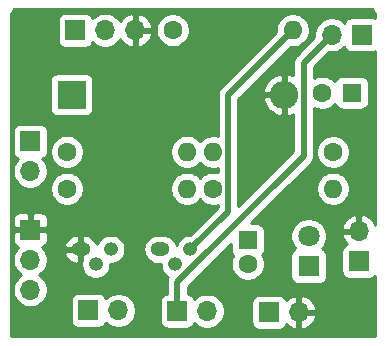
<source format=gbr>
%TF.GenerationSoftware,KiCad,Pcbnew,(5.1.7)-1*%
%TF.CreationDate,2020-10-22T11:01:39-05:00*%
%TF.ProjectId,Fuzz,46757a7a-2e6b-4696-9361-645f70636258,rev?*%
%TF.SameCoordinates,Original*%
%TF.FileFunction,Copper,L2,Bot*%
%TF.FilePolarity,Positive*%
%FSLAX46Y46*%
G04 Gerber Fmt 4.6, Leading zero omitted, Abs format (unit mm)*
G04 Created by KiCad (PCBNEW (5.1.7)-1) date 2020-10-22 11:01:39*
%MOMM*%
%LPD*%
G01*
G04 APERTURE LIST*
%TA.AperFunction,ComponentPad*%
%ADD10O,1.700000X1.700000*%
%TD*%
%TA.AperFunction,ComponentPad*%
%ADD11R,1.700000X1.700000*%
%TD*%
%TA.AperFunction,ComponentPad*%
%ADD12R,1.600000X1.600000*%
%TD*%
%TA.AperFunction,ComponentPad*%
%ADD13C,1.600000*%
%TD*%
%TA.AperFunction,ComponentPad*%
%ADD14R,2.400000X2.400000*%
%TD*%
%TA.AperFunction,ComponentPad*%
%ADD15O,2.400000X2.400000*%
%TD*%
%TA.AperFunction,ComponentPad*%
%ADD16R,1.800000X1.800000*%
%TD*%
%TA.AperFunction,ComponentPad*%
%ADD17C,1.800000*%
%TD*%
%TA.AperFunction,ComponentPad*%
%ADD18O,1.200000X1.200000*%
%TD*%
%TA.AperFunction,ComponentPad*%
%ADD19O,1.600000X1.200000*%
%TD*%
%TA.AperFunction,ComponentPad*%
%ADD20O,1.600000X1.600000*%
%TD*%
%TA.AperFunction,Conductor*%
%ADD21C,0.500000*%
%TD*%
%TA.AperFunction,Conductor*%
%ADD22C,0.254000*%
%TD*%
%TA.AperFunction,Conductor*%
%ADD23C,0.100000*%
%TD*%
G04 APERTURE END LIST*
D10*
%TO.P,SW2,2*%
%TO.N,Net-(J2-Pad1)*%
X138684000Y-108864400D03*
D11*
%TO.P,SW2,1*%
%TO.N,Net-(Pot2-Pad2)*%
X136144000Y-108864400D03*
%TD*%
D10*
%TO.P,BT1,2*%
%TO.N,Net-(BT1-Pad2)*%
X123698000Y-97028000D03*
D11*
%TO.P,BT1,1*%
%TO.N,Net-(BT1-Pad1)*%
X123698000Y-94488000D03*
%TD*%
D12*
%TO.P,C1,1*%
%TO.N,Net-(C1-Pad1)*%
X142113000Y-102870000D03*
D13*
%TO.P,C1,2*%
%TO.N,Net-(C1-Pad2)*%
X142113000Y-104870000D03*
%TD*%
D12*
%TO.P,C2,1*%
%TO.N,Net-(C2-Pad1)*%
X150926800Y-90373200D03*
D13*
%TO.P,C2,2*%
%TO.N,Net-(C2-Pad2)*%
X148426800Y-90373200D03*
%TD*%
D14*
%TO.P,C3,1*%
%TO.N,Net-(C3-Pad1)*%
X127205001Y-90555001D03*
D15*
%TO.P,C3,2*%
%TO.N,GND*%
X145205001Y-90555001D03*
%TD*%
D16*
%TO.P,D1,1*%
%TO.N,Net-(D1-Pad1)*%
X147269200Y-105054400D03*
D17*
%TO.P,D1,2*%
%TO.N,Net-(BT1-Pad1)*%
X147269200Y-102514400D03*
%TD*%
D10*
%TO.P,J1,3*%
%TO.N,Net-(J1-Pad3)*%
X123698000Y-107061000D03*
%TO.P,J1,2*%
%TO.N,Net-(BT1-Pad2)*%
X123698000Y-104521000D03*
D11*
%TO.P,J1,1*%
%TO.N,GND*%
X123698000Y-101981000D03*
%TD*%
%TO.P,J2,1*%
%TO.N,Net-(J2-Pad1)*%
X151536400Y-104648000D03*
D10*
%TO.P,J2,2*%
%TO.N,GND*%
X151536400Y-102108000D03*
%TD*%
D11*
%TO.P,Pot1,1*%
%TO.N,Net-(Pot1-Pad1)*%
X127508000Y-85090000D03*
D10*
%TO.P,Pot1,2*%
%TO.N,Net-(C3-Pad1)*%
X130048000Y-85090000D03*
%TO.P,Pot1,3*%
%TO.N,GND*%
X132588000Y-85090000D03*
%TD*%
%TO.P,Pot2,2*%
%TO.N,Net-(Pot2-Pad2)*%
X149225000Y-85471000D03*
D11*
%TO.P,Pot2,1*%
%TO.N,Net-(C2-Pad1)*%
X151765000Y-85471000D03*
%TD*%
D18*
%TO.P,Q1,3*%
%TO.N,Net-(Q1-Pad3)*%
X130505200Y-103632000D03*
%TO.P,Q1,2*%
%TO.N,Net-(C1-Pad1)*%
X129235200Y-104902000D03*
D19*
%TO.P,Q1,1*%
%TO.N,GND*%
X127965200Y-103632000D03*
%TD*%
%TO.P,Q2,1*%
%TO.N,Net-(Pot1-Pad1)*%
X134721600Y-103632000D03*
D18*
%TO.P,Q2,2*%
%TO.N,Net-(Q1-Pad3)*%
X135991600Y-104902000D03*
%TO.P,Q2,3*%
%TO.N,Net-(Q2-Pad3)*%
X137261600Y-103632000D03*
%TD*%
D20*
%TO.P,R1,2*%
%TO.N,Net-(BT1-Pad1)*%
X136972040Y-95379540D03*
D13*
%TO.P,R1,1*%
%TO.N,Net-(Q1-Pad3)*%
X126812040Y-95379540D03*
%TD*%
%TO.P,R2,1*%
%TO.N,Net-(C1-Pad1)*%
X126805001Y-98501200D03*
D20*
%TO.P,R2,2*%
%TO.N,Net-(Pot1-Pad1)*%
X136965001Y-98501200D03*
%TD*%
D13*
%TO.P,R3,1*%
%TO.N,Net-(C2-Pad2)*%
X149352000Y-95402400D03*
D20*
%TO.P,R3,2*%
%TO.N,Net-(BT1-Pad1)*%
X139192000Y-95402400D03*
%TD*%
D13*
%TO.P,R4,1*%
%TO.N,Net-(C2-Pad2)*%
X135763000Y-85090000D03*
D20*
%TO.P,R4,2*%
%TO.N,Net-(Q2-Pad3)*%
X145923000Y-85090000D03*
%TD*%
%TO.P,R5,2*%
%TO.N,Net-(D1-Pad1)*%
X149352000Y-98501200D03*
D13*
%TO.P,R5,1*%
%TO.N,Net-(R5-Pad1)*%
X139192000Y-98501200D03*
%TD*%
D11*
%TO.P,SW1,1*%
%TO.N,Net-(J1-Pad3)*%
X128625600Y-108813600D03*
D10*
%TO.P,SW1,2*%
%TO.N,Net-(C1-Pad2)*%
X131165600Y-108813600D03*
%TD*%
D11*
%TO.P,SW3,1*%
%TO.N,Net-(R5-Pad1)*%
X143916400Y-108966000D03*
D10*
%TO.P,SW3,2*%
%TO.N,GND*%
X146456400Y-108966000D03*
%TD*%
D21*
%TO.N,Net-(Pot2-Pad2)*%
X136144000Y-106428998D02*
X136144000Y-108864400D01*
X146855002Y-95717996D02*
X136144000Y-106428998D01*
X146855002Y-87840998D02*
X146855002Y-95717996D01*
X149225000Y-85471000D02*
X146855002Y-87840998D01*
%TO.N,Net-(Q2-Pad3)*%
X140442001Y-100451599D02*
X137261600Y-103632000D01*
X140442001Y-90570999D02*
X140442001Y-100451599D01*
X145923000Y-85090000D02*
X140442001Y-90570999D01*
%TD*%
D22*
%TO.N,GND*%
X152657946Y-83326055D02*
X152908000Y-83698174D01*
X152908000Y-84057593D01*
X152859180Y-84031498D01*
X152739482Y-83995188D01*
X152615000Y-83982928D01*
X150915000Y-83982928D01*
X150790518Y-83995188D01*
X150670820Y-84031498D01*
X150560506Y-84090463D01*
X150463815Y-84169815D01*
X150384463Y-84266506D01*
X150325498Y-84376820D01*
X150303487Y-84449380D01*
X150171632Y-84317525D01*
X149928411Y-84155010D01*
X149658158Y-84043068D01*
X149371260Y-83986000D01*
X149078740Y-83986000D01*
X148791842Y-84043068D01*
X148521589Y-84155010D01*
X148278368Y-84317525D01*
X148071525Y-84524368D01*
X147909010Y-84767589D01*
X147797068Y-85037842D01*
X147740000Y-85324740D01*
X147740000Y-85617260D01*
X147754461Y-85689960D01*
X146259958Y-87184464D01*
X146226185Y-87212181D01*
X146115591Y-87346940D01*
X146033413Y-87500686D01*
X145982807Y-87667509D01*
X145970002Y-87797522D01*
X145970002Y-87797529D01*
X145965721Y-87840998D01*
X145970002Y-87884467D01*
X145970002Y-88888527D01*
X145957755Y-88881501D01*
X145616807Y-88766802D01*
X145332001Y-88883147D01*
X145332001Y-90428001D01*
X145352001Y-90428001D01*
X145352001Y-90682001D01*
X145332001Y-90682001D01*
X145332001Y-92226855D01*
X145616807Y-92343200D01*
X145957755Y-92228501D01*
X145970003Y-92221474D01*
X145970003Y-95351416D01*
X141327001Y-99994418D01*
X141327001Y-90966806D01*
X143416806Y-90966806D01*
X143489380Y-91206067D01*
X143649362Y-91528258D01*
X143869126Y-91813047D01*
X144140227Y-92049490D01*
X144452247Y-92228501D01*
X144793195Y-92343200D01*
X145078001Y-92226855D01*
X145078001Y-90682001D01*
X143533569Y-90682001D01*
X143416806Y-90966806D01*
X141327001Y-90966806D01*
X141327001Y-90937577D01*
X142121382Y-90143196D01*
X143416806Y-90143196D01*
X143533569Y-90428001D01*
X145078001Y-90428001D01*
X145078001Y-88883147D01*
X144793195Y-88766802D01*
X144452247Y-88881501D01*
X144140227Y-89060512D01*
X143869126Y-89296955D01*
X143649362Y-89581744D01*
X143489380Y-89903935D01*
X143416806Y-90143196D01*
X142121382Y-90143196D01*
X145746561Y-86518017D01*
X145781665Y-86525000D01*
X146064335Y-86525000D01*
X146341574Y-86469853D01*
X146602727Y-86361680D01*
X146837759Y-86204637D01*
X147037637Y-86004759D01*
X147194680Y-85769727D01*
X147302853Y-85508574D01*
X147358000Y-85231335D01*
X147358000Y-84948665D01*
X147302853Y-84671426D01*
X147194680Y-84410273D01*
X147037637Y-84175241D01*
X146837759Y-83975363D01*
X146602727Y-83818320D01*
X146341574Y-83710147D01*
X146064335Y-83655000D01*
X145781665Y-83655000D01*
X145504426Y-83710147D01*
X145243273Y-83818320D01*
X145008241Y-83975363D01*
X144808363Y-84175241D01*
X144651320Y-84410273D01*
X144543147Y-84671426D01*
X144488000Y-84948665D01*
X144488000Y-85231335D01*
X144494983Y-85266439D01*
X139846957Y-89914465D01*
X139813184Y-89942182D01*
X139702590Y-90076941D01*
X139620412Y-90230687D01*
X139569806Y-90397510D01*
X139557001Y-90527523D01*
X139557001Y-90527530D01*
X139552720Y-90570999D01*
X139557001Y-90614468D01*
X139557001Y-94011891D01*
X139333335Y-93967400D01*
X139050665Y-93967400D01*
X138773426Y-94022547D01*
X138512273Y-94130720D01*
X138277241Y-94287763D01*
X138092103Y-94472901D01*
X138086677Y-94464781D01*
X137886799Y-94264903D01*
X137651767Y-94107860D01*
X137390614Y-93999687D01*
X137113375Y-93944540D01*
X136830705Y-93944540D01*
X136553466Y-93999687D01*
X136292313Y-94107860D01*
X136057281Y-94264903D01*
X135857403Y-94464781D01*
X135700360Y-94699813D01*
X135592187Y-94960966D01*
X135537040Y-95238205D01*
X135537040Y-95520875D01*
X135592187Y-95798114D01*
X135700360Y-96059267D01*
X135857403Y-96294299D01*
X136057281Y-96494177D01*
X136292313Y-96651220D01*
X136553466Y-96759393D01*
X136830705Y-96814540D01*
X137113375Y-96814540D01*
X137390614Y-96759393D01*
X137651767Y-96651220D01*
X137886799Y-96494177D01*
X138071937Y-96309039D01*
X138077363Y-96317159D01*
X138277241Y-96517037D01*
X138512273Y-96674080D01*
X138773426Y-96782253D01*
X139050665Y-96837400D01*
X139333335Y-96837400D01*
X139557002Y-96792909D01*
X139557002Y-97110691D01*
X139333335Y-97066200D01*
X139050665Y-97066200D01*
X138773426Y-97121347D01*
X138512273Y-97229520D01*
X138277241Y-97386563D01*
X138078501Y-97585304D01*
X137879760Y-97386563D01*
X137644728Y-97229520D01*
X137383575Y-97121347D01*
X137106336Y-97066200D01*
X136823666Y-97066200D01*
X136546427Y-97121347D01*
X136285274Y-97229520D01*
X136050242Y-97386563D01*
X135850364Y-97586441D01*
X135693321Y-97821473D01*
X135585148Y-98082626D01*
X135530001Y-98359865D01*
X135530001Y-98642535D01*
X135585148Y-98919774D01*
X135693321Y-99180927D01*
X135850364Y-99415959D01*
X136050242Y-99615837D01*
X136285274Y-99772880D01*
X136546427Y-99881053D01*
X136823666Y-99936200D01*
X137106336Y-99936200D01*
X137383575Y-99881053D01*
X137644728Y-99772880D01*
X137879760Y-99615837D01*
X138078501Y-99417097D01*
X138277241Y-99615837D01*
X138512273Y-99772880D01*
X138773426Y-99881053D01*
X139050665Y-99936200D01*
X139333335Y-99936200D01*
X139557002Y-99891709D01*
X139557002Y-100085019D01*
X137245022Y-102397000D01*
X137139963Y-102397000D01*
X136901364Y-102444460D01*
X136676608Y-102537557D01*
X136474333Y-102672713D01*
X136302313Y-102844733D01*
X136167157Y-103047008D01*
X136090705Y-103231580D01*
X136068111Y-103157099D01*
X135953433Y-102942551D01*
X135799102Y-102754498D01*
X135611049Y-102600167D01*
X135396501Y-102485489D01*
X135163702Y-102414870D01*
X134982265Y-102397000D01*
X134460935Y-102397000D01*
X134279498Y-102414870D01*
X134046699Y-102485489D01*
X133832151Y-102600167D01*
X133644098Y-102754498D01*
X133489767Y-102942551D01*
X133375089Y-103157099D01*
X133304470Y-103389898D01*
X133280625Y-103632000D01*
X133304470Y-103874102D01*
X133375089Y-104106901D01*
X133489767Y-104321449D01*
X133644098Y-104509502D01*
X133832151Y-104663833D01*
X134046699Y-104778511D01*
X134279498Y-104849130D01*
X134460935Y-104867000D01*
X134756600Y-104867000D01*
X134756600Y-105023637D01*
X134804060Y-105262236D01*
X134897157Y-105486992D01*
X135032313Y-105689267D01*
X135204333Y-105861287D01*
X135380898Y-105979264D01*
X135322411Y-106088686D01*
X135287157Y-106204902D01*
X135273521Y-106249853D01*
X135271805Y-106255509D01*
X135259000Y-106385522D01*
X135259000Y-106385529D01*
X135254719Y-106428998D01*
X135259000Y-106472467D01*
X135259000Y-107379775D01*
X135169518Y-107388588D01*
X135049820Y-107424898D01*
X134939506Y-107483863D01*
X134842815Y-107563215D01*
X134763463Y-107659906D01*
X134704498Y-107770220D01*
X134668188Y-107889918D01*
X134655928Y-108014400D01*
X134655928Y-109714400D01*
X134668188Y-109838882D01*
X134704498Y-109958580D01*
X134763463Y-110068894D01*
X134842815Y-110165585D01*
X134939506Y-110244937D01*
X135049820Y-110303902D01*
X135169518Y-110340212D01*
X135294000Y-110352472D01*
X136994000Y-110352472D01*
X137118482Y-110340212D01*
X137238180Y-110303902D01*
X137348494Y-110244937D01*
X137445185Y-110165585D01*
X137524537Y-110068894D01*
X137583502Y-109958580D01*
X137605513Y-109886020D01*
X137737368Y-110017875D01*
X137980589Y-110180390D01*
X138250842Y-110292332D01*
X138537740Y-110349400D01*
X138830260Y-110349400D01*
X139117158Y-110292332D01*
X139387411Y-110180390D01*
X139630632Y-110017875D01*
X139837475Y-109811032D01*
X139999990Y-109567811D01*
X140111932Y-109297558D01*
X140169000Y-109010660D01*
X140169000Y-108718140D01*
X140111932Y-108431242D01*
X139999990Y-108160989D01*
X139969930Y-108116000D01*
X142428328Y-108116000D01*
X142428328Y-109816000D01*
X142440588Y-109940482D01*
X142476898Y-110060180D01*
X142535863Y-110170494D01*
X142615215Y-110267185D01*
X142711906Y-110346537D01*
X142822220Y-110405502D01*
X142941918Y-110441812D01*
X143066400Y-110454072D01*
X144766400Y-110454072D01*
X144890882Y-110441812D01*
X145010580Y-110405502D01*
X145120894Y-110346537D01*
X145217585Y-110267185D01*
X145296937Y-110170494D01*
X145355902Y-110060180D01*
X145380366Y-109979534D01*
X145456131Y-110063588D01*
X145689480Y-110237641D01*
X145952301Y-110362825D01*
X146099510Y-110407476D01*
X146329400Y-110286155D01*
X146329400Y-109093000D01*
X146583400Y-109093000D01*
X146583400Y-110286155D01*
X146813290Y-110407476D01*
X146960499Y-110362825D01*
X147223320Y-110237641D01*
X147456669Y-110063588D01*
X147651578Y-109847355D01*
X147800557Y-109597252D01*
X147897881Y-109322891D01*
X147777214Y-109093000D01*
X146583400Y-109093000D01*
X146329400Y-109093000D01*
X146309400Y-109093000D01*
X146309400Y-108839000D01*
X146329400Y-108839000D01*
X146329400Y-107645845D01*
X146583400Y-107645845D01*
X146583400Y-108839000D01*
X147777214Y-108839000D01*
X147897881Y-108609109D01*
X147800557Y-108334748D01*
X147651578Y-108084645D01*
X147456669Y-107868412D01*
X147223320Y-107694359D01*
X146960499Y-107569175D01*
X146813290Y-107524524D01*
X146583400Y-107645845D01*
X146329400Y-107645845D01*
X146099510Y-107524524D01*
X145952301Y-107569175D01*
X145689480Y-107694359D01*
X145456131Y-107868412D01*
X145380366Y-107952466D01*
X145355902Y-107871820D01*
X145296937Y-107761506D01*
X145217585Y-107664815D01*
X145120894Y-107585463D01*
X145010580Y-107526498D01*
X144890882Y-107490188D01*
X144766400Y-107477928D01*
X143066400Y-107477928D01*
X142941918Y-107490188D01*
X142822220Y-107526498D01*
X142711906Y-107585463D01*
X142615215Y-107664815D01*
X142535863Y-107761506D01*
X142476898Y-107871820D01*
X142440588Y-107991518D01*
X142428328Y-108116000D01*
X139969930Y-108116000D01*
X139837475Y-107917768D01*
X139630632Y-107710925D01*
X139387411Y-107548410D01*
X139117158Y-107436468D01*
X138830260Y-107379400D01*
X138537740Y-107379400D01*
X138250842Y-107436468D01*
X137980589Y-107548410D01*
X137737368Y-107710925D01*
X137605513Y-107842780D01*
X137583502Y-107770220D01*
X137524537Y-107659906D01*
X137445185Y-107563215D01*
X137348494Y-107483863D01*
X137238180Y-107424898D01*
X137118482Y-107388588D01*
X137029000Y-107379775D01*
X137029000Y-106795576D01*
X140674928Y-103149648D01*
X140674928Y-103670000D01*
X140687188Y-103794482D01*
X140723498Y-103914180D01*
X140782463Y-104024494D01*
X140861815Y-104121185D01*
X140878393Y-104134790D01*
X140841320Y-104190273D01*
X140733147Y-104451426D01*
X140678000Y-104728665D01*
X140678000Y-105011335D01*
X140733147Y-105288574D01*
X140841320Y-105549727D01*
X140998363Y-105784759D01*
X141198241Y-105984637D01*
X141433273Y-106141680D01*
X141694426Y-106249853D01*
X141971665Y-106305000D01*
X142254335Y-106305000D01*
X142531574Y-106249853D01*
X142792727Y-106141680D01*
X143027759Y-105984637D01*
X143227637Y-105784759D01*
X143384680Y-105549727D01*
X143492853Y-105288574D01*
X143548000Y-105011335D01*
X143548000Y-104728665D01*
X143492853Y-104451426D01*
X143384680Y-104190273D01*
X143360711Y-104154400D01*
X145731128Y-104154400D01*
X145731128Y-105954400D01*
X145743388Y-106078882D01*
X145779698Y-106198580D01*
X145838663Y-106308894D01*
X145918015Y-106405585D01*
X146014706Y-106484937D01*
X146125020Y-106543902D01*
X146244718Y-106580212D01*
X146369200Y-106592472D01*
X148169200Y-106592472D01*
X148293682Y-106580212D01*
X148413380Y-106543902D01*
X148523694Y-106484937D01*
X148620385Y-106405585D01*
X148699737Y-106308894D01*
X148758702Y-106198580D01*
X148795012Y-106078882D01*
X148807272Y-105954400D01*
X148807272Y-104154400D01*
X148795012Y-104029918D01*
X148758702Y-103910220D01*
X148699737Y-103799906D01*
X148620385Y-103703215D01*
X148523694Y-103623863D01*
X148413380Y-103564898D01*
X148395073Y-103559344D01*
X148461512Y-103492905D01*
X148629499Y-103241495D01*
X148745211Y-102962143D01*
X148804200Y-102665584D01*
X148804200Y-102363216D01*
X148745211Y-102066657D01*
X148629499Y-101787305D01*
X148605315Y-101751110D01*
X150094924Y-101751110D01*
X150216245Y-101981000D01*
X151409400Y-101981000D01*
X151409400Y-100787186D01*
X151179509Y-100666519D01*
X150905148Y-100763843D01*
X150655045Y-100912822D01*
X150438812Y-101107731D01*
X150264759Y-101341080D01*
X150139575Y-101603901D01*
X150094924Y-101751110D01*
X148605315Y-101751110D01*
X148461512Y-101535895D01*
X148247705Y-101322088D01*
X147996295Y-101154101D01*
X147716943Y-101038389D01*
X147420384Y-100979400D01*
X147118016Y-100979400D01*
X146821457Y-101038389D01*
X146542105Y-101154101D01*
X146290695Y-101322088D01*
X146076888Y-101535895D01*
X145908901Y-101787305D01*
X145793189Y-102066657D01*
X145734200Y-102363216D01*
X145734200Y-102665584D01*
X145793189Y-102962143D01*
X145908901Y-103241495D01*
X146076888Y-103492905D01*
X146143327Y-103559344D01*
X146125020Y-103564898D01*
X146014706Y-103623863D01*
X145918015Y-103703215D01*
X145838663Y-103799906D01*
X145779698Y-103910220D01*
X145743388Y-104029918D01*
X145731128Y-104154400D01*
X143360711Y-104154400D01*
X143347607Y-104134790D01*
X143364185Y-104121185D01*
X143443537Y-104024494D01*
X143502502Y-103914180D01*
X143538812Y-103794482D01*
X143551072Y-103670000D01*
X143551072Y-102070000D01*
X143538812Y-101945518D01*
X143502502Y-101825820D01*
X143443537Y-101715506D01*
X143364185Y-101618815D01*
X143267494Y-101539463D01*
X143157180Y-101480498D01*
X143037482Y-101444188D01*
X142913000Y-101431928D01*
X142392649Y-101431928D01*
X145464712Y-98359865D01*
X147917000Y-98359865D01*
X147917000Y-98642535D01*
X147972147Y-98919774D01*
X148080320Y-99180927D01*
X148237363Y-99415959D01*
X148437241Y-99615837D01*
X148672273Y-99772880D01*
X148933426Y-99881053D01*
X149210665Y-99936200D01*
X149493335Y-99936200D01*
X149770574Y-99881053D01*
X150031727Y-99772880D01*
X150266759Y-99615837D01*
X150466637Y-99415959D01*
X150623680Y-99180927D01*
X150731853Y-98919774D01*
X150787000Y-98642535D01*
X150787000Y-98359865D01*
X150731853Y-98082626D01*
X150623680Y-97821473D01*
X150466637Y-97586441D01*
X150266759Y-97386563D01*
X150031727Y-97229520D01*
X149770574Y-97121347D01*
X149493335Y-97066200D01*
X149210665Y-97066200D01*
X148933426Y-97121347D01*
X148672273Y-97229520D01*
X148437241Y-97386563D01*
X148237363Y-97586441D01*
X148080320Y-97821473D01*
X147972147Y-98082626D01*
X147917000Y-98359865D01*
X145464712Y-98359865D01*
X147450051Y-96374526D01*
X147483819Y-96346813D01*
X147594413Y-96212055D01*
X147676591Y-96058309D01*
X147727197Y-95891486D01*
X147740002Y-95761473D01*
X147740002Y-95761463D01*
X147744283Y-95717997D01*
X147740002Y-95674531D01*
X147740002Y-95261065D01*
X147917000Y-95261065D01*
X147917000Y-95543735D01*
X147972147Y-95820974D01*
X148080320Y-96082127D01*
X148237363Y-96317159D01*
X148437241Y-96517037D01*
X148672273Y-96674080D01*
X148933426Y-96782253D01*
X149210665Y-96837400D01*
X149493335Y-96837400D01*
X149770574Y-96782253D01*
X150031727Y-96674080D01*
X150266759Y-96517037D01*
X150466637Y-96317159D01*
X150623680Y-96082127D01*
X150731853Y-95820974D01*
X150787000Y-95543735D01*
X150787000Y-95261065D01*
X150731853Y-94983826D01*
X150623680Y-94722673D01*
X150466637Y-94487641D01*
X150266759Y-94287763D01*
X150031727Y-94130720D01*
X149770574Y-94022547D01*
X149493335Y-93967400D01*
X149210665Y-93967400D01*
X148933426Y-94022547D01*
X148672273Y-94130720D01*
X148437241Y-94287763D01*
X148237363Y-94487641D01*
X148080320Y-94722673D01*
X147972147Y-94983826D01*
X147917000Y-95261065D01*
X147740002Y-95261065D01*
X147740002Y-91640155D01*
X147747073Y-91644880D01*
X148008226Y-91753053D01*
X148285465Y-91808200D01*
X148568135Y-91808200D01*
X148845374Y-91753053D01*
X149106527Y-91644880D01*
X149341559Y-91487837D01*
X149508139Y-91321257D01*
X149537298Y-91417380D01*
X149596263Y-91527694D01*
X149675615Y-91624385D01*
X149772306Y-91703737D01*
X149882620Y-91762702D01*
X150002318Y-91799012D01*
X150126800Y-91811272D01*
X151726800Y-91811272D01*
X151851282Y-91799012D01*
X151970980Y-91762702D01*
X152081294Y-91703737D01*
X152177985Y-91624385D01*
X152257337Y-91527694D01*
X152316302Y-91417380D01*
X152352612Y-91297682D01*
X152364872Y-91173200D01*
X152364872Y-89573200D01*
X152352612Y-89448718D01*
X152316302Y-89329020D01*
X152257337Y-89218706D01*
X152177985Y-89122015D01*
X152081294Y-89042663D01*
X151970980Y-88983698D01*
X151851282Y-88947388D01*
X151726800Y-88935128D01*
X150126800Y-88935128D01*
X150002318Y-88947388D01*
X149882620Y-88983698D01*
X149772306Y-89042663D01*
X149675615Y-89122015D01*
X149596263Y-89218706D01*
X149537298Y-89329020D01*
X149508139Y-89425143D01*
X149341559Y-89258563D01*
X149106527Y-89101520D01*
X148845374Y-88993347D01*
X148568135Y-88938200D01*
X148285465Y-88938200D01*
X148008226Y-88993347D01*
X147747073Y-89101520D01*
X147740002Y-89106245D01*
X147740002Y-88207576D01*
X149006040Y-86941539D01*
X149078740Y-86956000D01*
X149371260Y-86956000D01*
X149658158Y-86898932D01*
X149928411Y-86786990D01*
X150171632Y-86624475D01*
X150303487Y-86492620D01*
X150325498Y-86565180D01*
X150384463Y-86675494D01*
X150463815Y-86772185D01*
X150560506Y-86851537D01*
X150670820Y-86910502D01*
X150790518Y-86946812D01*
X150915000Y-86959072D01*
X152615000Y-86959072D01*
X152739482Y-86946812D01*
X152859180Y-86910502D01*
X152908000Y-86884407D01*
X152908000Y-101550942D01*
X152808041Y-101341080D01*
X152633988Y-101107731D01*
X152417755Y-100912822D01*
X152167652Y-100763843D01*
X151893291Y-100666519D01*
X151663400Y-100787186D01*
X151663400Y-101981000D01*
X151683400Y-101981000D01*
X151683400Y-102235000D01*
X151663400Y-102235000D01*
X151663400Y-102255000D01*
X151409400Y-102255000D01*
X151409400Y-102235000D01*
X150216245Y-102235000D01*
X150094924Y-102464890D01*
X150139575Y-102612099D01*
X150264759Y-102874920D01*
X150438812Y-103108269D01*
X150522866Y-103184034D01*
X150442220Y-103208498D01*
X150331906Y-103267463D01*
X150235215Y-103346815D01*
X150155863Y-103443506D01*
X150096898Y-103553820D01*
X150060588Y-103673518D01*
X150048328Y-103798000D01*
X150048328Y-105498000D01*
X150060588Y-105622482D01*
X150096898Y-105742180D01*
X150155863Y-105852494D01*
X150235215Y-105949185D01*
X150331906Y-106028537D01*
X150442220Y-106087502D01*
X150561918Y-106123812D01*
X150686400Y-106136072D01*
X152386400Y-106136072D01*
X152510882Y-106123812D01*
X152630580Y-106087502D01*
X152740894Y-106028537D01*
X152837585Y-105949185D01*
X152908000Y-105863384D01*
X152908000Y-110998000D01*
X122047000Y-110998000D01*
X122047000Y-102831000D01*
X122209928Y-102831000D01*
X122222188Y-102955482D01*
X122258498Y-103075180D01*
X122317463Y-103185494D01*
X122396815Y-103282185D01*
X122493506Y-103361537D01*
X122603820Y-103420502D01*
X122676380Y-103442513D01*
X122544525Y-103574368D01*
X122382010Y-103817589D01*
X122270068Y-104087842D01*
X122213000Y-104374740D01*
X122213000Y-104667260D01*
X122270068Y-104954158D01*
X122382010Y-105224411D01*
X122544525Y-105467632D01*
X122751368Y-105674475D01*
X122925760Y-105791000D01*
X122751368Y-105907525D01*
X122544525Y-106114368D01*
X122382010Y-106357589D01*
X122270068Y-106627842D01*
X122213000Y-106914740D01*
X122213000Y-107207260D01*
X122270068Y-107494158D01*
X122382010Y-107764411D01*
X122544525Y-108007632D01*
X122751368Y-108214475D01*
X122994589Y-108376990D01*
X123264842Y-108488932D01*
X123551740Y-108546000D01*
X123844260Y-108546000D01*
X124131158Y-108488932D01*
X124401411Y-108376990D01*
X124644632Y-108214475D01*
X124851475Y-108007632D01*
X124880896Y-107963600D01*
X127137528Y-107963600D01*
X127137528Y-109663600D01*
X127149788Y-109788082D01*
X127186098Y-109907780D01*
X127245063Y-110018094D01*
X127324415Y-110114785D01*
X127421106Y-110194137D01*
X127531420Y-110253102D01*
X127651118Y-110289412D01*
X127775600Y-110301672D01*
X129475600Y-110301672D01*
X129600082Y-110289412D01*
X129719780Y-110253102D01*
X129830094Y-110194137D01*
X129926785Y-110114785D01*
X130006137Y-110018094D01*
X130065102Y-109907780D01*
X130087113Y-109835220D01*
X130218968Y-109967075D01*
X130462189Y-110129590D01*
X130732442Y-110241532D01*
X131019340Y-110298600D01*
X131311860Y-110298600D01*
X131598758Y-110241532D01*
X131869011Y-110129590D01*
X132112232Y-109967075D01*
X132319075Y-109760232D01*
X132481590Y-109517011D01*
X132593532Y-109246758D01*
X132650600Y-108959860D01*
X132650600Y-108667340D01*
X132593532Y-108380442D01*
X132481590Y-108110189D01*
X132319075Y-107866968D01*
X132112232Y-107660125D01*
X131869011Y-107497610D01*
X131598758Y-107385668D01*
X131311860Y-107328600D01*
X131019340Y-107328600D01*
X130732442Y-107385668D01*
X130462189Y-107497610D01*
X130218968Y-107660125D01*
X130087113Y-107791980D01*
X130065102Y-107719420D01*
X130006137Y-107609106D01*
X129926785Y-107512415D01*
X129830094Y-107433063D01*
X129719780Y-107374098D01*
X129600082Y-107337788D01*
X129475600Y-107325528D01*
X127775600Y-107325528D01*
X127651118Y-107337788D01*
X127531420Y-107374098D01*
X127421106Y-107433063D01*
X127324415Y-107512415D01*
X127245063Y-107609106D01*
X127186098Y-107719420D01*
X127149788Y-107839118D01*
X127137528Y-107963600D01*
X124880896Y-107963600D01*
X125013990Y-107764411D01*
X125125932Y-107494158D01*
X125183000Y-107207260D01*
X125183000Y-106914740D01*
X125125932Y-106627842D01*
X125013990Y-106357589D01*
X124851475Y-106114368D01*
X124644632Y-105907525D01*
X124470240Y-105791000D01*
X124644632Y-105674475D01*
X124851475Y-105467632D01*
X125013990Y-105224411D01*
X125125932Y-104954158D01*
X125183000Y-104667260D01*
X125183000Y-104374740D01*
X125125932Y-104087842D01*
X125068675Y-103949609D01*
X126571738Y-103949609D01*
X126577723Y-103992162D01*
X126670804Y-104216907D01*
X126805942Y-104419174D01*
X126977944Y-104591191D01*
X127180200Y-104726346D01*
X127404937Y-104819446D01*
X127643519Y-104866913D01*
X127752283Y-104780363D01*
X128000200Y-104780363D01*
X128000200Y-105023637D01*
X128047660Y-105262236D01*
X128140757Y-105486992D01*
X128275913Y-105689267D01*
X128447933Y-105861287D01*
X128650208Y-105996443D01*
X128874964Y-106089540D01*
X129113563Y-106137000D01*
X129356837Y-106137000D01*
X129595436Y-106089540D01*
X129820192Y-105996443D01*
X130022467Y-105861287D01*
X130194487Y-105689267D01*
X130329643Y-105486992D01*
X130422740Y-105262236D01*
X130470200Y-105023637D01*
X130470200Y-104867000D01*
X130626837Y-104867000D01*
X130865436Y-104819540D01*
X131090192Y-104726443D01*
X131292467Y-104591287D01*
X131464487Y-104419267D01*
X131599643Y-104216992D01*
X131692740Y-103992236D01*
X131740200Y-103753637D01*
X131740200Y-103510363D01*
X131692740Y-103271764D01*
X131599643Y-103047008D01*
X131464487Y-102844733D01*
X131292467Y-102672713D01*
X131090192Y-102537557D01*
X130865436Y-102444460D01*
X130626837Y-102397000D01*
X130383563Y-102397000D01*
X130144964Y-102444460D01*
X129920208Y-102537557D01*
X129717933Y-102672713D01*
X129545913Y-102844733D01*
X129410757Y-103047008D01*
X129335154Y-103229529D01*
X129259596Y-103047093D01*
X129124458Y-102844826D01*
X128952456Y-102672809D01*
X128750200Y-102537654D01*
X128525463Y-102444554D01*
X128286881Y-102397087D01*
X128092200Y-102552006D01*
X128092200Y-103505000D01*
X128112200Y-103505000D01*
X128112200Y-103759000D01*
X128092200Y-103759000D01*
X128092200Y-104434235D01*
X128047660Y-104541764D01*
X128000200Y-104780363D01*
X127752283Y-104780363D01*
X127838200Y-104711994D01*
X127838200Y-103759000D01*
X126696469Y-103759000D01*
X126571738Y-103949609D01*
X125068675Y-103949609D01*
X125013990Y-103817589D01*
X124851475Y-103574368D01*
X124719620Y-103442513D01*
X124792180Y-103420502D01*
X124902494Y-103361537D01*
X124959941Y-103314391D01*
X126571738Y-103314391D01*
X126696469Y-103505000D01*
X127838200Y-103505000D01*
X127838200Y-102552006D01*
X127643519Y-102397087D01*
X127404937Y-102444554D01*
X127180200Y-102537654D01*
X126977944Y-102672809D01*
X126805942Y-102844826D01*
X126670804Y-103047093D01*
X126577723Y-103271838D01*
X126571738Y-103314391D01*
X124959941Y-103314391D01*
X124999185Y-103282185D01*
X125078537Y-103185494D01*
X125137502Y-103075180D01*
X125173812Y-102955482D01*
X125186072Y-102831000D01*
X125183000Y-102266750D01*
X125024250Y-102108000D01*
X123825000Y-102108000D01*
X123825000Y-102128000D01*
X123571000Y-102128000D01*
X123571000Y-102108000D01*
X122371750Y-102108000D01*
X122213000Y-102266750D01*
X122209928Y-102831000D01*
X122047000Y-102831000D01*
X122047000Y-101131000D01*
X122209928Y-101131000D01*
X122213000Y-101695250D01*
X122371750Y-101854000D01*
X123571000Y-101854000D01*
X123571000Y-100654750D01*
X123825000Y-100654750D01*
X123825000Y-101854000D01*
X125024250Y-101854000D01*
X125183000Y-101695250D01*
X125186072Y-101131000D01*
X125173812Y-101006518D01*
X125137502Y-100886820D01*
X125078537Y-100776506D01*
X124999185Y-100679815D01*
X124902494Y-100600463D01*
X124792180Y-100541498D01*
X124672482Y-100505188D01*
X124548000Y-100492928D01*
X123983750Y-100496000D01*
X123825000Y-100654750D01*
X123571000Y-100654750D01*
X123412250Y-100496000D01*
X122848000Y-100492928D01*
X122723518Y-100505188D01*
X122603820Y-100541498D01*
X122493506Y-100600463D01*
X122396815Y-100679815D01*
X122317463Y-100776506D01*
X122258498Y-100886820D01*
X122222188Y-101006518D01*
X122209928Y-101131000D01*
X122047000Y-101131000D01*
X122047000Y-93638000D01*
X122209928Y-93638000D01*
X122209928Y-95338000D01*
X122222188Y-95462482D01*
X122258498Y-95582180D01*
X122317463Y-95692494D01*
X122396815Y-95789185D01*
X122493506Y-95868537D01*
X122603820Y-95927502D01*
X122676380Y-95949513D01*
X122544525Y-96081368D01*
X122382010Y-96324589D01*
X122270068Y-96594842D01*
X122213000Y-96881740D01*
X122213000Y-97174260D01*
X122270068Y-97461158D01*
X122382010Y-97731411D01*
X122544525Y-97974632D01*
X122751368Y-98181475D01*
X122994589Y-98343990D01*
X123264842Y-98455932D01*
X123551740Y-98513000D01*
X123844260Y-98513000D01*
X124131158Y-98455932D01*
X124363085Y-98359865D01*
X125370001Y-98359865D01*
X125370001Y-98642535D01*
X125425148Y-98919774D01*
X125533321Y-99180927D01*
X125690364Y-99415959D01*
X125890242Y-99615837D01*
X126125274Y-99772880D01*
X126386427Y-99881053D01*
X126663666Y-99936200D01*
X126946336Y-99936200D01*
X127223575Y-99881053D01*
X127484728Y-99772880D01*
X127719760Y-99615837D01*
X127919638Y-99415959D01*
X128076681Y-99180927D01*
X128184854Y-98919774D01*
X128240001Y-98642535D01*
X128240001Y-98359865D01*
X128184854Y-98082626D01*
X128076681Y-97821473D01*
X127919638Y-97586441D01*
X127719760Y-97386563D01*
X127484728Y-97229520D01*
X127223575Y-97121347D01*
X126946336Y-97066200D01*
X126663666Y-97066200D01*
X126386427Y-97121347D01*
X126125274Y-97229520D01*
X125890242Y-97386563D01*
X125690364Y-97586441D01*
X125533321Y-97821473D01*
X125425148Y-98082626D01*
X125370001Y-98359865D01*
X124363085Y-98359865D01*
X124401411Y-98343990D01*
X124644632Y-98181475D01*
X124851475Y-97974632D01*
X125013990Y-97731411D01*
X125125932Y-97461158D01*
X125183000Y-97174260D01*
X125183000Y-96881740D01*
X125125932Y-96594842D01*
X125013990Y-96324589D01*
X124851475Y-96081368D01*
X124719620Y-95949513D01*
X124792180Y-95927502D01*
X124902494Y-95868537D01*
X124999185Y-95789185D01*
X125078537Y-95692494D01*
X125137502Y-95582180D01*
X125173812Y-95462482D01*
X125186072Y-95338000D01*
X125186072Y-95238205D01*
X125377040Y-95238205D01*
X125377040Y-95520875D01*
X125432187Y-95798114D01*
X125540360Y-96059267D01*
X125697403Y-96294299D01*
X125897281Y-96494177D01*
X126132313Y-96651220D01*
X126393466Y-96759393D01*
X126670705Y-96814540D01*
X126953375Y-96814540D01*
X127230614Y-96759393D01*
X127491767Y-96651220D01*
X127726799Y-96494177D01*
X127926677Y-96294299D01*
X128083720Y-96059267D01*
X128191893Y-95798114D01*
X128247040Y-95520875D01*
X128247040Y-95238205D01*
X128191893Y-94960966D01*
X128083720Y-94699813D01*
X127926677Y-94464781D01*
X127726799Y-94264903D01*
X127491767Y-94107860D01*
X127230614Y-93999687D01*
X126953375Y-93944540D01*
X126670705Y-93944540D01*
X126393466Y-93999687D01*
X126132313Y-94107860D01*
X125897281Y-94264903D01*
X125697403Y-94464781D01*
X125540360Y-94699813D01*
X125432187Y-94960966D01*
X125377040Y-95238205D01*
X125186072Y-95238205D01*
X125186072Y-93638000D01*
X125173812Y-93513518D01*
X125137502Y-93393820D01*
X125078537Y-93283506D01*
X124999185Y-93186815D01*
X124902494Y-93107463D01*
X124792180Y-93048498D01*
X124672482Y-93012188D01*
X124548000Y-92999928D01*
X122848000Y-92999928D01*
X122723518Y-93012188D01*
X122603820Y-93048498D01*
X122493506Y-93107463D01*
X122396815Y-93186815D01*
X122317463Y-93283506D01*
X122258498Y-93393820D01*
X122222188Y-93513518D01*
X122209928Y-93638000D01*
X122047000Y-93638000D01*
X122047000Y-89355001D01*
X125366929Y-89355001D01*
X125366929Y-91755001D01*
X125379189Y-91879483D01*
X125415499Y-91999181D01*
X125474464Y-92109495D01*
X125553816Y-92206186D01*
X125650507Y-92285538D01*
X125760821Y-92344503D01*
X125880519Y-92380813D01*
X126005001Y-92393073D01*
X128405001Y-92393073D01*
X128529483Y-92380813D01*
X128649181Y-92344503D01*
X128759495Y-92285538D01*
X128856186Y-92206186D01*
X128935538Y-92109495D01*
X128994503Y-91999181D01*
X129030813Y-91879483D01*
X129043073Y-91755001D01*
X129043073Y-89355001D01*
X129030813Y-89230519D01*
X128994503Y-89110821D01*
X128935538Y-89000507D01*
X128856186Y-88903816D01*
X128759495Y-88824464D01*
X128649181Y-88765499D01*
X128529483Y-88729189D01*
X128405001Y-88716929D01*
X126005001Y-88716929D01*
X125880519Y-88729189D01*
X125760821Y-88765499D01*
X125650507Y-88824464D01*
X125553816Y-88903816D01*
X125474464Y-89000507D01*
X125415499Y-89110821D01*
X125379189Y-89230519D01*
X125366929Y-89355001D01*
X122047000Y-89355001D01*
X122047000Y-84240000D01*
X126019928Y-84240000D01*
X126019928Y-85940000D01*
X126032188Y-86064482D01*
X126068498Y-86184180D01*
X126127463Y-86294494D01*
X126206815Y-86391185D01*
X126303506Y-86470537D01*
X126413820Y-86529502D01*
X126533518Y-86565812D01*
X126658000Y-86578072D01*
X128358000Y-86578072D01*
X128482482Y-86565812D01*
X128602180Y-86529502D01*
X128712494Y-86470537D01*
X128809185Y-86391185D01*
X128888537Y-86294494D01*
X128947502Y-86184180D01*
X128969513Y-86111620D01*
X129101368Y-86243475D01*
X129344589Y-86405990D01*
X129614842Y-86517932D01*
X129901740Y-86575000D01*
X130194260Y-86575000D01*
X130481158Y-86517932D01*
X130751411Y-86405990D01*
X130994632Y-86243475D01*
X131201475Y-86036632D01*
X131323195Y-85854466D01*
X131392822Y-85971355D01*
X131587731Y-86187588D01*
X131821080Y-86361641D01*
X132083901Y-86486825D01*
X132231110Y-86531476D01*
X132461000Y-86410155D01*
X132461000Y-85217000D01*
X132715000Y-85217000D01*
X132715000Y-86410155D01*
X132944890Y-86531476D01*
X133092099Y-86486825D01*
X133354920Y-86361641D01*
X133588269Y-86187588D01*
X133783178Y-85971355D01*
X133932157Y-85721252D01*
X134029481Y-85446891D01*
X133908814Y-85217000D01*
X132715000Y-85217000D01*
X132461000Y-85217000D01*
X132441000Y-85217000D01*
X132441000Y-84963000D01*
X132461000Y-84963000D01*
X132461000Y-83769845D01*
X132715000Y-83769845D01*
X132715000Y-84963000D01*
X133908814Y-84963000D01*
X133916338Y-84948665D01*
X134328000Y-84948665D01*
X134328000Y-85231335D01*
X134383147Y-85508574D01*
X134491320Y-85769727D01*
X134648363Y-86004759D01*
X134848241Y-86204637D01*
X135083273Y-86361680D01*
X135344426Y-86469853D01*
X135621665Y-86525000D01*
X135904335Y-86525000D01*
X136181574Y-86469853D01*
X136442727Y-86361680D01*
X136677759Y-86204637D01*
X136877637Y-86004759D01*
X137034680Y-85769727D01*
X137142853Y-85508574D01*
X137198000Y-85231335D01*
X137198000Y-84948665D01*
X137142853Y-84671426D01*
X137034680Y-84410273D01*
X136877637Y-84175241D01*
X136677759Y-83975363D01*
X136442727Y-83818320D01*
X136181574Y-83710147D01*
X135904335Y-83655000D01*
X135621665Y-83655000D01*
X135344426Y-83710147D01*
X135083273Y-83818320D01*
X134848241Y-83975363D01*
X134648363Y-84175241D01*
X134491320Y-84410273D01*
X134383147Y-84671426D01*
X134328000Y-84948665D01*
X133916338Y-84948665D01*
X134029481Y-84733109D01*
X133932157Y-84458748D01*
X133783178Y-84208645D01*
X133588269Y-83992412D01*
X133354920Y-83818359D01*
X133092099Y-83693175D01*
X132944890Y-83648524D01*
X132715000Y-83769845D01*
X132461000Y-83769845D01*
X132231110Y-83648524D01*
X132083901Y-83693175D01*
X131821080Y-83818359D01*
X131587731Y-83992412D01*
X131392822Y-84208645D01*
X131323195Y-84325534D01*
X131201475Y-84143368D01*
X130994632Y-83936525D01*
X130751411Y-83774010D01*
X130481158Y-83662068D01*
X130194260Y-83605000D01*
X129901740Y-83605000D01*
X129614842Y-83662068D01*
X129344589Y-83774010D01*
X129101368Y-83936525D01*
X128969513Y-84068380D01*
X128947502Y-83995820D01*
X128888537Y-83885506D01*
X128809185Y-83788815D01*
X128712494Y-83709463D01*
X128602180Y-83650498D01*
X128482482Y-83614188D01*
X128358000Y-83601928D01*
X126658000Y-83601928D01*
X126533518Y-83614188D01*
X126413820Y-83650498D01*
X126303506Y-83709463D01*
X126206815Y-83788815D01*
X126127463Y-83885506D01*
X126068498Y-83995820D01*
X126032188Y-84115518D01*
X126019928Y-84240000D01*
X122047000Y-84240000D01*
X122047000Y-83691458D01*
X122319668Y-83312000D01*
X152644326Y-83312000D01*
X152657946Y-83326055D01*
%TA.AperFunction,Conductor*%
D23*
G36*
X152657946Y-83326055D02*
G01*
X152908000Y-83698174D01*
X152908000Y-84057593D01*
X152859180Y-84031498D01*
X152739482Y-83995188D01*
X152615000Y-83982928D01*
X150915000Y-83982928D01*
X150790518Y-83995188D01*
X150670820Y-84031498D01*
X150560506Y-84090463D01*
X150463815Y-84169815D01*
X150384463Y-84266506D01*
X150325498Y-84376820D01*
X150303487Y-84449380D01*
X150171632Y-84317525D01*
X149928411Y-84155010D01*
X149658158Y-84043068D01*
X149371260Y-83986000D01*
X149078740Y-83986000D01*
X148791842Y-84043068D01*
X148521589Y-84155010D01*
X148278368Y-84317525D01*
X148071525Y-84524368D01*
X147909010Y-84767589D01*
X147797068Y-85037842D01*
X147740000Y-85324740D01*
X147740000Y-85617260D01*
X147754461Y-85689960D01*
X146259958Y-87184464D01*
X146226185Y-87212181D01*
X146115591Y-87346940D01*
X146033413Y-87500686D01*
X145982807Y-87667509D01*
X145970002Y-87797522D01*
X145970002Y-87797529D01*
X145965721Y-87840998D01*
X145970002Y-87884467D01*
X145970002Y-88888527D01*
X145957755Y-88881501D01*
X145616807Y-88766802D01*
X145332001Y-88883147D01*
X145332001Y-90428001D01*
X145352001Y-90428001D01*
X145352001Y-90682001D01*
X145332001Y-90682001D01*
X145332001Y-92226855D01*
X145616807Y-92343200D01*
X145957755Y-92228501D01*
X145970003Y-92221474D01*
X145970003Y-95351416D01*
X141327001Y-99994418D01*
X141327001Y-90966806D01*
X143416806Y-90966806D01*
X143489380Y-91206067D01*
X143649362Y-91528258D01*
X143869126Y-91813047D01*
X144140227Y-92049490D01*
X144452247Y-92228501D01*
X144793195Y-92343200D01*
X145078001Y-92226855D01*
X145078001Y-90682001D01*
X143533569Y-90682001D01*
X143416806Y-90966806D01*
X141327001Y-90966806D01*
X141327001Y-90937577D01*
X142121382Y-90143196D01*
X143416806Y-90143196D01*
X143533569Y-90428001D01*
X145078001Y-90428001D01*
X145078001Y-88883147D01*
X144793195Y-88766802D01*
X144452247Y-88881501D01*
X144140227Y-89060512D01*
X143869126Y-89296955D01*
X143649362Y-89581744D01*
X143489380Y-89903935D01*
X143416806Y-90143196D01*
X142121382Y-90143196D01*
X145746561Y-86518017D01*
X145781665Y-86525000D01*
X146064335Y-86525000D01*
X146341574Y-86469853D01*
X146602727Y-86361680D01*
X146837759Y-86204637D01*
X147037637Y-86004759D01*
X147194680Y-85769727D01*
X147302853Y-85508574D01*
X147358000Y-85231335D01*
X147358000Y-84948665D01*
X147302853Y-84671426D01*
X147194680Y-84410273D01*
X147037637Y-84175241D01*
X146837759Y-83975363D01*
X146602727Y-83818320D01*
X146341574Y-83710147D01*
X146064335Y-83655000D01*
X145781665Y-83655000D01*
X145504426Y-83710147D01*
X145243273Y-83818320D01*
X145008241Y-83975363D01*
X144808363Y-84175241D01*
X144651320Y-84410273D01*
X144543147Y-84671426D01*
X144488000Y-84948665D01*
X144488000Y-85231335D01*
X144494983Y-85266439D01*
X139846957Y-89914465D01*
X139813184Y-89942182D01*
X139702590Y-90076941D01*
X139620412Y-90230687D01*
X139569806Y-90397510D01*
X139557001Y-90527523D01*
X139557001Y-90527530D01*
X139552720Y-90570999D01*
X139557001Y-90614468D01*
X139557001Y-94011891D01*
X139333335Y-93967400D01*
X139050665Y-93967400D01*
X138773426Y-94022547D01*
X138512273Y-94130720D01*
X138277241Y-94287763D01*
X138092103Y-94472901D01*
X138086677Y-94464781D01*
X137886799Y-94264903D01*
X137651767Y-94107860D01*
X137390614Y-93999687D01*
X137113375Y-93944540D01*
X136830705Y-93944540D01*
X136553466Y-93999687D01*
X136292313Y-94107860D01*
X136057281Y-94264903D01*
X135857403Y-94464781D01*
X135700360Y-94699813D01*
X135592187Y-94960966D01*
X135537040Y-95238205D01*
X135537040Y-95520875D01*
X135592187Y-95798114D01*
X135700360Y-96059267D01*
X135857403Y-96294299D01*
X136057281Y-96494177D01*
X136292313Y-96651220D01*
X136553466Y-96759393D01*
X136830705Y-96814540D01*
X137113375Y-96814540D01*
X137390614Y-96759393D01*
X137651767Y-96651220D01*
X137886799Y-96494177D01*
X138071937Y-96309039D01*
X138077363Y-96317159D01*
X138277241Y-96517037D01*
X138512273Y-96674080D01*
X138773426Y-96782253D01*
X139050665Y-96837400D01*
X139333335Y-96837400D01*
X139557002Y-96792909D01*
X139557002Y-97110691D01*
X139333335Y-97066200D01*
X139050665Y-97066200D01*
X138773426Y-97121347D01*
X138512273Y-97229520D01*
X138277241Y-97386563D01*
X138078501Y-97585304D01*
X137879760Y-97386563D01*
X137644728Y-97229520D01*
X137383575Y-97121347D01*
X137106336Y-97066200D01*
X136823666Y-97066200D01*
X136546427Y-97121347D01*
X136285274Y-97229520D01*
X136050242Y-97386563D01*
X135850364Y-97586441D01*
X135693321Y-97821473D01*
X135585148Y-98082626D01*
X135530001Y-98359865D01*
X135530001Y-98642535D01*
X135585148Y-98919774D01*
X135693321Y-99180927D01*
X135850364Y-99415959D01*
X136050242Y-99615837D01*
X136285274Y-99772880D01*
X136546427Y-99881053D01*
X136823666Y-99936200D01*
X137106336Y-99936200D01*
X137383575Y-99881053D01*
X137644728Y-99772880D01*
X137879760Y-99615837D01*
X138078501Y-99417097D01*
X138277241Y-99615837D01*
X138512273Y-99772880D01*
X138773426Y-99881053D01*
X139050665Y-99936200D01*
X139333335Y-99936200D01*
X139557002Y-99891709D01*
X139557002Y-100085019D01*
X137245022Y-102397000D01*
X137139963Y-102397000D01*
X136901364Y-102444460D01*
X136676608Y-102537557D01*
X136474333Y-102672713D01*
X136302313Y-102844733D01*
X136167157Y-103047008D01*
X136090705Y-103231580D01*
X136068111Y-103157099D01*
X135953433Y-102942551D01*
X135799102Y-102754498D01*
X135611049Y-102600167D01*
X135396501Y-102485489D01*
X135163702Y-102414870D01*
X134982265Y-102397000D01*
X134460935Y-102397000D01*
X134279498Y-102414870D01*
X134046699Y-102485489D01*
X133832151Y-102600167D01*
X133644098Y-102754498D01*
X133489767Y-102942551D01*
X133375089Y-103157099D01*
X133304470Y-103389898D01*
X133280625Y-103632000D01*
X133304470Y-103874102D01*
X133375089Y-104106901D01*
X133489767Y-104321449D01*
X133644098Y-104509502D01*
X133832151Y-104663833D01*
X134046699Y-104778511D01*
X134279498Y-104849130D01*
X134460935Y-104867000D01*
X134756600Y-104867000D01*
X134756600Y-105023637D01*
X134804060Y-105262236D01*
X134897157Y-105486992D01*
X135032313Y-105689267D01*
X135204333Y-105861287D01*
X135380898Y-105979264D01*
X135322411Y-106088686D01*
X135287157Y-106204902D01*
X135273521Y-106249853D01*
X135271805Y-106255509D01*
X135259000Y-106385522D01*
X135259000Y-106385529D01*
X135254719Y-106428998D01*
X135259000Y-106472467D01*
X135259000Y-107379775D01*
X135169518Y-107388588D01*
X135049820Y-107424898D01*
X134939506Y-107483863D01*
X134842815Y-107563215D01*
X134763463Y-107659906D01*
X134704498Y-107770220D01*
X134668188Y-107889918D01*
X134655928Y-108014400D01*
X134655928Y-109714400D01*
X134668188Y-109838882D01*
X134704498Y-109958580D01*
X134763463Y-110068894D01*
X134842815Y-110165585D01*
X134939506Y-110244937D01*
X135049820Y-110303902D01*
X135169518Y-110340212D01*
X135294000Y-110352472D01*
X136994000Y-110352472D01*
X137118482Y-110340212D01*
X137238180Y-110303902D01*
X137348494Y-110244937D01*
X137445185Y-110165585D01*
X137524537Y-110068894D01*
X137583502Y-109958580D01*
X137605513Y-109886020D01*
X137737368Y-110017875D01*
X137980589Y-110180390D01*
X138250842Y-110292332D01*
X138537740Y-110349400D01*
X138830260Y-110349400D01*
X139117158Y-110292332D01*
X139387411Y-110180390D01*
X139630632Y-110017875D01*
X139837475Y-109811032D01*
X139999990Y-109567811D01*
X140111932Y-109297558D01*
X140169000Y-109010660D01*
X140169000Y-108718140D01*
X140111932Y-108431242D01*
X139999990Y-108160989D01*
X139969930Y-108116000D01*
X142428328Y-108116000D01*
X142428328Y-109816000D01*
X142440588Y-109940482D01*
X142476898Y-110060180D01*
X142535863Y-110170494D01*
X142615215Y-110267185D01*
X142711906Y-110346537D01*
X142822220Y-110405502D01*
X142941918Y-110441812D01*
X143066400Y-110454072D01*
X144766400Y-110454072D01*
X144890882Y-110441812D01*
X145010580Y-110405502D01*
X145120894Y-110346537D01*
X145217585Y-110267185D01*
X145296937Y-110170494D01*
X145355902Y-110060180D01*
X145380366Y-109979534D01*
X145456131Y-110063588D01*
X145689480Y-110237641D01*
X145952301Y-110362825D01*
X146099510Y-110407476D01*
X146329400Y-110286155D01*
X146329400Y-109093000D01*
X146583400Y-109093000D01*
X146583400Y-110286155D01*
X146813290Y-110407476D01*
X146960499Y-110362825D01*
X147223320Y-110237641D01*
X147456669Y-110063588D01*
X147651578Y-109847355D01*
X147800557Y-109597252D01*
X147897881Y-109322891D01*
X147777214Y-109093000D01*
X146583400Y-109093000D01*
X146329400Y-109093000D01*
X146309400Y-109093000D01*
X146309400Y-108839000D01*
X146329400Y-108839000D01*
X146329400Y-107645845D01*
X146583400Y-107645845D01*
X146583400Y-108839000D01*
X147777214Y-108839000D01*
X147897881Y-108609109D01*
X147800557Y-108334748D01*
X147651578Y-108084645D01*
X147456669Y-107868412D01*
X147223320Y-107694359D01*
X146960499Y-107569175D01*
X146813290Y-107524524D01*
X146583400Y-107645845D01*
X146329400Y-107645845D01*
X146099510Y-107524524D01*
X145952301Y-107569175D01*
X145689480Y-107694359D01*
X145456131Y-107868412D01*
X145380366Y-107952466D01*
X145355902Y-107871820D01*
X145296937Y-107761506D01*
X145217585Y-107664815D01*
X145120894Y-107585463D01*
X145010580Y-107526498D01*
X144890882Y-107490188D01*
X144766400Y-107477928D01*
X143066400Y-107477928D01*
X142941918Y-107490188D01*
X142822220Y-107526498D01*
X142711906Y-107585463D01*
X142615215Y-107664815D01*
X142535863Y-107761506D01*
X142476898Y-107871820D01*
X142440588Y-107991518D01*
X142428328Y-108116000D01*
X139969930Y-108116000D01*
X139837475Y-107917768D01*
X139630632Y-107710925D01*
X139387411Y-107548410D01*
X139117158Y-107436468D01*
X138830260Y-107379400D01*
X138537740Y-107379400D01*
X138250842Y-107436468D01*
X137980589Y-107548410D01*
X137737368Y-107710925D01*
X137605513Y-107842780D01*
X137583502Y-107770220D01*
X137524537Y-107659906D01*
X137445185Y-107563215D01*
X137348494Y-107483863D01*
X137238180Y-107424898D01*
X137118482Y-107388588D01*
X137029000Y-107379775D01*
X137029000Y-106795576D01*
X140674928Y-103149648D01*
X140674928Y-103670000D01*
X140687188Y-103794482D01*
X140723498Y-103914180D01*
X140782463Y-104024494D01*
X140861815Y-104121185D01*
X140878393Y-104134790D01*
X140841320Y-104190273D01*
X140733147Y-104451426D01*
X140678000Y-104728665D01*
X140678000Y-105011335D01*
X140733147Y-105288574D01*
X140841320Y-105549727D01*
X140998363Y-105784759D01*
X141198241Y-105984637D01*
X141433273Y-106141680D01*
X141694426Y-106249853D01*
X141971665Y-106305000D01*
X142254335Y-106305000D01*
X142531574Y-106249853D01*
X142792727Y-106141680D01*
X143027759Y-105984637D01*
X143227637Y-105784759D01*
X143384680Y-105549727D01*
X143492853Y-105288574D01*
X143548000Y-105011335D01*
X143548000Y-104728665D01*
X143492853Y-104451426D01*
X143384680Y-104190273D01*
X143360711Y-104154400D01*
X145731128Y-104154400D01*
X145731128Y-105954400D01*
X145743388Y-106078882D01*
X145779698Y-106198580D01*
X145838663Y-106308894D01*
X145918015Y-106405585D01*
X146014706Y-106484937D01*
X146125020Y-106543902D01*
X146244718Y-106580212D01*
X146369200Y-106592472D01*
X148169200Y-106592472D01*
X148293682Y-106580212D01*
X148413380Y-106543902D01*
X148523694Y-106484937D01*
X148620385Y-106405585D01*
X148699737Y-106308894D01*
X148758702Y-106198580D01*
X148795012Y-106078882D01*
X148807272Y-105954400D01*
X148807272Y-104154400D01*
X148795012Y-104029918D01*
X148758702Y-103910220D01*
X148699737Y-103799906D01*
X148620385Y-103703215D01*
X148523694Y-103623863D01*
X148413380Y-103564898D01*
X148395073Y-103559344D01*
X148461512Y-103492905D01*
X148629499Y-103241495D01*
X148745211Y-102962143D01*
X148804200Y-102665584D01*
X148804200Y-102363216D01*
X148745211Y-102066657D01*
X148629499Y-101787305D01*
X148605315Y-101751110D01*
X150094924Y-101751110D01*
X150216245Y-101981000D01*
X151409400Y-101981000D01*
X151409400Y-100787186D01*
X151179509Y-100666519D01*
X150905148Y-100763843D01*
X150655045Y-100912822D01*
X150438812Y-101107731D01*
X150264759Y-101341080D01*
X150139575Y-101603901D01*
X150094924Y-101751110D01*
X148605315Y-101751110D01*
X148461512Y-101535895D01*
X148247705Y-101322088D01*
X147996295Y-101154101D01*
X147716943Y-101038389D01*
X147420384Y-100979400D01*
X147118016Y-100979400D01*
X146821457Y-101038389D01*
X146542105Y-101154101D01*
X146290695Y-101322088D01*
X146076888Y-101535895D01*
X145908901Y-101787305D01*
X145793189Y-102066657D01*
X145734200Y-102363216D01*
X145734200Y-102665584D01*
X145793189Y-102962143D01*
X145908901Y-103241495D01*
X146076888Y-103492905D01*
X146143327Y-103559344D01*
X146125020Y-103564898D01*
X146014706Y-103623863D01*
X145918015Y-103703215D01*
X145838663Y-103799906D01*
X145779698Y-103910220D01*
X145743388Y-104029918D01*
X145731128Y-104154400D01*
X143360711Y-104154400D01*
X143347607Y-104134790D01*
X143364185Y-104121185D01*
X143443537Y-104024494D01*
X143502502Y-103914180D01*
X143538812Y-103794482D01*
X143551072Y-103670000D01*
X143551072Y-102070000D01*
X143538812Y-101945518D01*
X143502502Y-101825820D01*
X143443537Y-101715506D01*
X143364185Y-101618815D01*
X143267494Y-101539463D01*
X143157180Y-101480498D01*
X143037482Y-101444188D01*
X142913000Y-101431928D01*
X142392649Y-101431928D01*
X145464712Y-98359865D01*
X147917000Y-98359865D01*
X147917000Y-98642535D01*
X147972147Y-98919774D01*
X148080320Y-99180927D01*
X148237363Y-99415959D01*
X148437241Y-99615837D01*
X148672273Y-99772880D01*
X148933426Y-99881053D01*
X149210665Y-99936200D01*
X149493335Y-99936200D01*
X149770574Y-99881053D01*
X150031727Y-99772880D01*
X150266759Y-99615837D01*
X150466637Y-99415959D01*
X150623680Y-99180927D01*
X150731853Y-98919774D01*
X150787000Y-98642535D01*
X150787000Y-98359865D01*
X150731853Y-98082626D01*
X150623680Y-97821473D01*
X150466637Y-97586441D01*
X150266759Y-97386563D01*
X150031727Y-97229520D01*
X149770574Y-97121347D01*
X149493335Y-97066200D01*
X149210665Y-97066200D01*
X148933426Y-97121347D01*
X148672273Y-97229520D01*
X148437241Y-97386563D01*
X148237363Y-97586441D01*
X148080320Y-97821473D01*
X147972147Y-98082626D01*
X147917000Y-98359865D01*
X145464712Y-98359865D01*
X147450051Y-96374526D01*
X147483819Y-96346813D01*
X147594413Y-96212055D01*
X147676591Y-96058309D01*
X147727197Y-95891486D01*
X147740002Y-95761473D01*
X147740002Y-95761463D01*
X147744283Y-95717997D01*
X147740002Y-95674531D01*
X147740002Y-95261065D01*
X147917000Y-95261065D01*
X147917000Y-95543735D01*
X147972147Y-95820974D01*
X148080320Y-96082127D01*
X148237363Y-96317159D01*
X148437241Y-96517037D01*
X148672273Y-96674080D01*
X148933426Y-96782253D01*
X149210665Y-96837400D01*
X149493335Y-96837400D01*
X149770574Y-96782253D01*
X150031727Y-96674080D01*
X150266759Y-96517037D01*
X150466637Y-96317159D01*
X150623680Y-96082127D01*
X150731853Y-95820974D01*
X150787000Y-95543735D01*
X150787000Y-95261065D01*
X150731853Y-94983826D01*
X150623680Y-94722673D01*
X150466637Y-94487641D01*
X150266759Y-94287763D01*
X150031727Y-94130720D01*
X149770574Y-94022547D01*
X149493335Y-93967400D01*
X149210665Y-93967400D01*
X148933426Y-94022547D01*
X148672273Y-94130720D01*
X148437241Y-94287763D01*
X148237363Y-94487641D01*
X148080320Y-94722673D01*
X147972147Y-94983826D01*
X147917000Y-95261065D01*
X147740002Y-95261065D01*
X147740002Y-91640155D01*
X147747073Y-91644880D01*
X148008226Y-91753053D01*
X148285465Y-91808200D01*
X148568135Y-91808200D01*
X148845374Y-91753053D01*
X149106527Y-91644880D01*
X149341559Y-91487837D01*
X149508139Y-91321257D01*
X149537298Y-91417380D01*
X149596263Y-91527694D01*
X149675615Y-91624385D01*
X149772306Y-91703737D01*
X149882620Y-91762702D01*
X150002318Y-91799012D01*
X150126800Y-91811272D01*
X151726800Y-91811272D01*
X151851282Y-91799012D01*
X151970980Y-91762702D01*
X152081294Y-91703737D01*
X152177985Y-91624385D01*
X152257337Y-91527694D01*
X152316302Y-91417380D01*
X152352612Y-91297682D01*
X152364872Y-91173200D01*
X152364872Y-89573200D01*
X152352612Y-89448718D01*
X152316302Y-89329020D01*
X152257337Y-89218706D01*
X152177985Y-89122015D01*
X152081294Y-89042663D01*
X151970980Y-88983698D01*
X151851282Y-88947388D01*
X151726800Y-88935128D01*
X150126800Y-88935128D01*
X150002318Y-88947388D01*
X149882620Y-88983698D01*
X149772306Y-89042663D01*
X149675615Y-89122015D01*
X149596263Y-89218706D01*
X149537298Y-89329020D01*
X149508139Y-89425143D01*
X149341559Y-89258563D01*
X149106527Y-89101520D01*
X148845374Y-88993347D01*
X148568135Y-88938200D01*
X148285465Y-88938200D01*
X148008226Y-88993347D01*
X147747073Y-89101520D01*
X147740002Y-89106245D01*
X147740002Y-88207576D01*
X149006040Y-86941539D01*
X149078740Y-86956000D01*
X149371260Y-86956000D01*
X149658158Y-86898932D01*
X149928411Y-86786990D01*
X150171632Y-86624475D01*
X150303487Y-86492620D01*
X150325498Y-86565180D01*
X150384463Y-86675494D01*
X150463815Y-86772185D01*
X150560506Y-86851537D01*
X150670820Y-86910502D01*
X150790518Y-86946812D01*
X150915000Y-86959072D01*
X152615000Y-86959072D01*
X152739482Y-86946812D01*
X152859180Y-86910502D01*
X152908000Y-86884407D01*
X152908000Y-101550942D01*
X152808041Y-101341080D01*
X152633988Y-101107731D01*
X152417755Y-100912822D01*
X152167652Y-100763843D01*
X151893291Y-100666519D01*
X151663400Y-100787186D01*
X151663400Y-101981000D01*
X151683400Y-101981000D01*
X151683400Y-102235000D01*
X151663400Y-102235000D01*
X151663400Y-102255000D01*
X151409400Y-102255000D01*
X151409400Y-102235000D01*
X150216245Y-102235000D01*
X150094924Y-102464890D01*
X150139575Y-102612099D01*
X150264759Y-102874920D01*
X150438812Y-103108269D01*
X150522866Y-103184034D01*
X150442220Y-103208498D01*
X150331906Y-103267463D01*
X150235215Y-103346815D01*
X150155863Y-103443506D01*
X150096898Y-103553820D01*
X150060588Y-103673518D01*
X150048328Y-103798000D01*
X150048328Y-105498000D01*
X150060588Y-105622482D01*
X150096898Y-105742180D01*
X150155863Y-105852494D01*
X150235215Y-105949185D01*
X150331906Y-106028537D01*
X150442220Y-106087502D01*
X150561918Y-106123812D01*
X150686400Y-106136072D01*
X152386400Y-106136072D01*
X152510882Y-106123812D01*
X152630580Y-106087502D01*
X152740894Y-106028537D01*
X152837585Y-105949185D01*
X152908000Y-105863384D01*
X152908000Y-110998000D01*
X122047000Y-110998000D01*
X122047000Y-102831000D01*
X122209928Y-102831000D01*
X122222188Y-102955482D01*
X122258498Y-103075180D01*
X122317463Y-103185494D01*
X122396815Y-103282185D01*
X122493506Y-103361537D01*
X122603820Y-103420502D01*
X122676380Y-103442513D01*
X122544525Y-103574368D01*
X122382010Y-103817589D01*
X122270068Y-104087842D01*
X122213000Y-104374740D01*
X122213000Y-104667260D01*
X122270068Y-104954158D01*
X122382010Y-105224411D01*
X122544525Y-105467632D01*
X122751368Y-105674475D01*
X122925760Y-105791000D01*
X122751368Y-105907525D01*
X122544525Y-106114368D01*
X122382010Y-106357589D01*
X122270068Y-106627842D01*
X122213000Y-106914740D01*
X122213000Y-107207260D01*
X122270068Y-107494158D01*
X122382010Y-107764411D01*
X122544525Y-108007632D01*
X122751368Y-108214475D01*
X122994589Y-108376990D01*
X123264842Y-108488932D01*
X123551740Y-108546000D01*
X123844260Y-108546000D01*
X124131158Y-108488932D01*
X124401411Y-108376990D01*
X124644632Y-108214475D01*
X124851475Y-108007632D01*
X124880896Y-107963600D01*
X127137528Y-107963600D01*
X127137528Y-109663600D01*
X127149788Y-109788082D01*
X127186098Y-109907780D01*
X127245063Y-110018094D01*
X127324415Y-110114785D01*
X127421106Y-110194137D01*
X127531420Y-110253102D01*
X127651118Y-110289412D01*
X127775600Y-110301672D01*
X129475600Y-110301672D01*
X129600082Y-110289412D01*
X129719780Y-110253102D01*
X129830094Y-110194137D01*
X129926785Y-110114785D01*
X130006137Y-110018094D01*
X130065102Y-109907780D01*
X130087113Y-109835220D01*
X130218968Y-109967075D01*
X130462189Y-110129590D01*
X130732442Y-110241532D01*
X131019340Y-110298600D01*
X131311860Y-110298600D01*
X131598758Y-110241532D01*
X131869011Y-110129590D01*
X132112232Y-109967075D01*
X132319075Y-109760232D01*
X132481590Y-109517011D01*
X132593532Y-109246758D01*
X132650600Y-108959860D01*
X132650600Y-108667340D01*
X132593532Y-108380442D01*
X132481590Y-108110189D01*
X132319075Y-107866968D01*
X132112232Y-107660125D01*
X131869011Y-107497610D01*
X131598758Y-107385668D01*
X131311860Y-107328600D01*
X131019340Y-107328600D01*
X130732442Y-107385668D01*
X130462189Y-107497610D01*
X130218968Y-107660125D01*
X130087113Y-107791980D01*
X130065102Y-107719420D01*
X130006137Y-107609106D01*
X129926785Y-107512415D01*
X129830094Y-107433063D01*
X129719780Y-107374098D01*
X129600082Y-107337788D01*
X129475600Y-107325528D01*
X127775600Y-107325528D01*
X127651118Y-107337788D01*
X127531420Y-107374098D01*
X127421106Y-107433063D01*
X127324415Y-107512415D01*
X127245063Y-107609106D01*
X127186098Y-107719420D01*
X127149788Y-107839118D01*
X127137528Y-107963600D01*
X124880896Y-107963600D01*
X125013990Y-107764411D01*
X125125932Y-107494158D01*
X125183000Y-107207260D01*
X125183000Y-106914740D01*
X125125932Y-106627842D01*
X125013990Y-106357589D01*
X124851475Y-106114368D01*
X124644632Y-105907525D01*
X124470240Y-105791000D01*
X124644632Y-105674475D01*
X124851475Y-105467632D01*
X125013990Y-105224411D01*
X125125932Y-104954158D01*
X125183000Y-104667260D01*
X125183000Y-104374740D01*
X125125932Y-104087842D01*
X125068675Y-103949609D01*
X126571738Y-103949609D01*
X126577723Y-103992162D01*
X126670804Y-104216907D01*
X126805942Y-104419174D01*
X126977944Y-104591191D01*
X127180200Y-104726346D01*
X127404937Y-104819446D01*
X127643519Y-104866913D01*
X127752283Y-104780363D01*
X128000200Y-104780363D01*
X128000200Y-105023637D01*
X128047660Y-105262236D01*
X128140757Y-105486992D01*
X128275913Y-105689267D01*
X128447933Y-105861287D01*
X128650208Y-105996443D01*
X128874964Y-106089540D01*
X129113563Y-106137000D01*
X129356837Y-106137000D01*
X129595436Y-106089540D01*
X129820192Y-105996443D01*
X130022467Y-105861287D01*
X130194487Y-105689267D01*
X130329643Y-105486992D01*
X130422740Y-105262236D01*
X130470200Y-105023637D01*
X130470200Y-104867000D01*
X130626837Y-104867000D01*
X130865436Y-104819540D01*
X131090192Y-104726443D01*
X131292467Y-104591287D01*
X131464487Y-104419267D01*
X131599643Y-104216992D01*
X131692740Y-103992236D01*
X131740200Y-103753637D01*
X131740200Y-103510363D01*
X131692740Y-103271764D01*
X131599643Y-103047008D01*
X131464487Y-102844733D01*
X131292467Y-102672713D01*
X131090192Y-102537557D01*
X130865436Y-102444460D01*
X130626837Y-102397000D01*
X130383563Y-102397000D01*
X130144964Y-102444460D01*
X129920208Y-102537557D01*
X129717933Y-102672713D01*
X129545913Y-102844733D01*
X129410757Y-103047008D01*
X129335154Y-103229529D01*
X129259596Y-103047093D01*
X129124458Y-102844826D01*
X128952456Y-102672809D01*
X128750200Y-102537654D01*
X128525463Y-102444554D01*
X128286881Y-102397087D01*
X128092200Y-102552006D01*
X128092200Y-103505000D01*
X128112200Y-103505000D01*
X128112200Y-103759000D01*
X128092200Y-103759000D01*
X128092200Y-104434235D01*
X128047660Y-104541764D01*
X128000200Y-104780363D01*
X127752283Y-104780363D01*
X127838200Y-104711994D01*
X127838200Y-103759000D01*
X126696469Y-103759000D01*
X126571738Y-103949609D01*
X125068675Y-103949609D01*
X125013990Y-103817589D01*
X124851475Y-103574368D01*
X124719620Y-103442513D01*
X124792180Y-103420502D01*
X124902494Y-103361537D01*
X124959941Y-103314391D01*
X126571738Y-103314391D01*
X126696469Y-103505000D01*
X127838200Y-103505000D01*
X127838200Y-102552006D01*
X127643519Y-102397087D01*
X127404937Y-102444554D01*
X127180200Y-102537654D01*
X126977944Y-102672809D01*
X126805942Y-102844826D01*
X126670804Y-103047093D01*
X126577723Y-103271838D01*
X126571738Y-103314391D01*
X124959941Y-103314391D01*
X124999185Y-103282185D01*
X125078537Y-103185494D01*
X125137502Y-103075180D01*
X125173812Y-102955482D01*
X125186072Y-102831000D01*
X125183000Y-102266750D01*
X125024250Y-102108000D01*
X123825000Y-102108000D01*
X123825000Y-102128000D01*
X123571000Y-102128000D01*
X123571000Y-102108000D01*
X122371750Y-102108000D01*
X122213000Y-102266750D01*
X122209928Y-102831000D01*
X122047000Y-102831000D01*
X122047000Y-101131000D01*
X122209928Y-101131000D01*
X122213000Y-101695250D01*
X122371750Y-101854000D01*
X123571000Y-101854000D01*
X123571000Y-100654750D01*
X123825000Y-100654750D01*
X123825000Y-101854000D01*
X125024250Y-101854000D01*
X125183000Y-101695250D01*
X125186072Y-101131000D01*
X125173812Y-101006518D01*
X125137502Y-100886820D01*
X125078537Y-100776506D01*
X124999185Y-100679815D01*
X124902494Y-100600463D01*
X124792180Y-100541498D01*
X124672482Y-100505188D01*
X124548000Y-100492928D01*
X123983750Y-100496000D01*
X123825000Y-100654750D01*
X123571000Y-100654750D01*
X123412250Y-100496000D01*
X122848000Y-100492928D01*
X122723518Y-100505188D01*
X122603820Y-100541498D01*
X122493506Y-100600463D01*
X122396815Y-100679815D01*
X122317463Y-100776506D01*
X122258498Y-100886820D01*
X122222188Y-101006518D01*
X122209928Y-101131000D01*
X122047000Y-101131000D01*
X122047000Y-93638000D01*
X122209928Y-93638000D01*
X122209928Y-95338000D01*
X122222188Y-95462482D01*
X122258498Y-95582180D01*
X122317463Y-95692494D01*
X122396815Y-95789185D01*
X122493506Y-95868537D01*
X122603820Y-95927502D01*
X122676380Y-95949513D01*
X122544525Y-96081368D01*
X122382010Y-96324589D01*
X122270068Y-96594842D01*
X122213000Y-96881740D01*
X122213000Y-97174260D01*
X122270068Y-97461158D01*
X122382010Y-97731411D01*
X122544525Y-97974632D01*
X122751368Y-98181475D01*
X122994589Y-98343990D01*
X123264842Y-98455932D01*
X123551740Y-98513000D01*
X123844260Y-98513000D01*
X124131158Y-98455932D01*
X124363085Y-98359865D01*
X125370001Y-98359865D01*
X125370001Y-98642535D01*
X125425148Y-98919774D01*
X125533321Y-99180927D01*
X125690364Y-99415959D01*
X125890242Y-99615837D01*
X126125274Y-99772880D01*
X126386427Y-99881053D01*
X126663666Y-99936200D01*
X126946336Y-99936200D01*
X127223575Y-99881053D01*
X127484728Y-99772880D01*
X127719760Y-99615837D01*
X127919638Y-99415959D01*
X128076681Y-99180927D01*
X128184854Y-98919774D01*
X128240001Y-98642535D01*
X128240001Y-98359865D01*
X128184854Y-98082626D01*
X128076681Y-97821473D01*
X127919638Y-97586441D01*
X127719760Y-97386563D01*
X127484728Y-97229520D01*
X127223575Y-97121347D01*
X126946336Y-97066200D01*
X126663666Y-97066200D01*
X126386427Y-97121347D01*
X126125274Y-97229520D01*
X125890242Y-97386563D01*
X125690364Y-97586441D01*
X125533321Y-97821473D01*
X125425148Y-98082626D01*
X125370001Y-98359865D01*
X124363085Y-98359865D01*
X124401411Y-98343990D01*
X124644632Y-98181475D01*
X124851475Y-97974632D01*
X125013990Y-97731411D01*
X125125932Y-97461158D01*
X125183000Y-97174260D01*
X125183000Y-96881740D01*
X125125932Y-96594842D01*
X125013990Y-96324589D01*
X124851475Y-96081368D01*
X124719620Y-95949513D01*
X124792180Y-95927502D01*
X124902494Y-95868537D01*
X124999185Y-95789185D01*
X125078537Y-95692494D01*
X125137502Y-95582180D01*
X125173812Y-95462482D01*
X125186072Y-95338000D01*
X125186072Y-95238205D01*
X125377040Y-95238205D01*
X125377040Y-95520875D01*
X125432187Y-95798114D01*
X125540360Y-96059267D01*
X125697403Y-96294299D01*
X125897281Y-96494177D01*
X126132313Y-96651220D01*
X126393466Y-96759393D01*
X126670705Y-96814540D01*
X126953375Y-96814540D01*
X127230614Y-96759393D01*
X127491767Y-96651220D01*
X127726799Y-96494177D01*
X127926677Y-96294299D01*
X128083720Y-96059267D01*
X128191893Y-95798114D01*
X128247040Y-95520875D01*
X128247040Y-95238205D01*
X128191893Y-94960966D01*
X128083720Y-94699813D01*
X127926677Y-94464781D01*
X127726799Y-94264903D01*
X127491767Y-94107860D01*
X127230614Y-93999687D01*
X126953375Y-93944540D01*
X126670705Y-93944540D01*
X126393466Y-93999687D01*
X126132313Y-94107860D01*
X125897281Y-94264903D01*
X125697403Y-94464781D01*
X125540360Y-94699813D01*
X125432187Y-94960966D01*
X125377040Y-95238205D01*
X125186072Y-95238205D01*
X125186072Y-93638000D01*
X125173812Y-93513518D01*
X125137502Y-93393820D01*
X125078537Y-93283506D01*
X124999185Y-93186815D01*
X124902494Y-93107463D01*
X124792180Y-93048498D01*
X124672482Y-93012188D01*
X124548000Y-92999928D01*
X122848000Y-92999928D01*
X122723518Y-93012188D01*
X122603820Y-93048498D01*
X122493506Y-93107463D01*
X122396815Y-93186815D01*
X122317463Y-93283506D01*
X122258498Y-93393820D01*
X122222188Y-93513518D01*
X122209928Y-93638000D01*
X122047000Y-93638000D01*
X122047000Y-89355001D01*
X125366929Y-89355001D01*
X125366929Y-91755001D01*
X125379189Y-91879483D01*
X125415499Y-91999181D01*
X125474464Y-92109495D01*
X125553816Y-92206186D01*
X125650507Y-92285538D01*
X125760821Y-92344503D01*
X125880519Y-92380813D01*
X126005001Y-92393073D01*
X128405001Y-92393073D01*
X128529483Y-92380813D01*
X128649181Y-92344503D01*
X128759495Y-92285538D01*
X128856186Y-92206186D01*
X128935538Y-92109495D01*
X128994503Y-91999181D01*
X129030813Y-91879483D01*
X129043073Y-91755001D01*
X129043073Y-89355001D01*
X129030813Y-89230519D01*
X128994503Y-89110821D01*
X128935538Y-89000507D01*
X128856186Y-88903816D01*
X128759495Y-88824464D01*
X128649181Y-88765499D01*
X128529483Y-88729189D01*
X128405001Y-88716929D01*
X126005001Y-88716929D01*
X125880519Y-88729189D01*
X125760821Y-88765499D01*
X125650507Y-88824464D01*
X125553816Y-88903816D01*
X125474464Y-89000507D01*
X125415499Y-89110821D01*
X125379189Y-89230519D01*
X125366929Y-89355001D01*
X122047000Y-89355001D01*
X122047000Y-84240000D01*
X126019928Y-84240000D01*
X126019928Y-85940000D01*
X126032188Y-86064482D01*
X126068498Y-86184180D01*
X126127463Y-86294494D01*
X126206815Y-86391185D01*
X126303506Y-86470537D01*
X126413820Y-86529502D01*
X126533518Y-86565812D01*
X126658000Y-86578072D01*
X128358000Y-86578072D01*
X128482482Y-86565812D01*
X128602180Y-86529502D01*
X128712494Y-86470537D01*
X128809185Y-86391185D01*
X128888537Y-86294494D01*
X128947502Y-86184180D01*
X128969513Y-86111620D01*
X129101368Y-86243475D01*
X129344589Y-86405990D01*
X129614842Y-86517932D01*
X129901740Y-86575000D01*
X130194260Y-86575000D01*
X130481158Y-86517932D01*
X130751411Y-86405990D01*
X130994632Y-86243475D01*
X131201475Y-86036632D01*
X131323195Y-85854466D01*
X131392822Y-85971355D01*
X131587731Y-86187588D01*
X131821080Y-86361641D01*
X132083901Y-86486825D01*
X132231110Y-86531476D01*
X132461000Y-86410155D01*
X132461000Y-85217000D01*
X132715000Y-85217000D01*
X132715000Y-86410155D01*
X132944890Y-86531476D01*
X133092099Y-86486825D01*
X133354920Y-86361641D01*
X133588269Y-86187588D01*
X133783178Y-85971355D01*
X133932157Y-85721252D01*
X134029481Y-85446891D01*
X133908814Y-85217000D01*
X132715000Y-85217000D01*
X132461000Y-85217000D01*
X132441000Y-85217000D01*
X132441000Y-84963000D01*
X132461000Y-84963000D01*
X132461000Y-83769845D01*
X132715000Y-83769845D01*
X132715000Y-84963000D01*
X133908814Y-84963000D01*
X133916338Y-84948665D01*
X134328000Y-84948665D01*
X134328000Y-85231335D01*
X134383147Y-85508574D01*
X134491320Y-85769727D01*
X134648363Y-86004759D01*
X134848241Y-86204637D01*
X135083273Y-86361680D01*
X135344426Y-86469853D01*
X135621665Y-86525000D01*
X135904335Y-86525000D01*
X136181574Y-86469853D01*
X136442727Y-86361680D01*
X136677759Y-86204637D01*
X136877637Y-86004759D01*
X137034680Y-85769727D01*
X137142853Y-85508574D01*
X137198000Y-85231335D01*
X137198000Y-84948665D01*
X137142853Y-84671426D01*
X137034680Y-84410273D01*
X136877637Y-84175241D01*
X136677759Y-83975363D01*
X136442727Y-83818320D01*
X136181574Y-83710147D01*
X135904335Y-83655000D01*
X135621665Y-83655000D01*
X135344426Y-83710147D01*
X135083273Y-83818320D01*
X134848241Y-83975363D01*
X134648363Y-84175241D01*
X134491320Y-84410273D01*
X134383147Y-84671426D01*
X134328000Y-84948665D01*
X133916338Y-84948665D01*
X134029481Y-84733109D01*
X133932157Y-84458748D01*
X133783178Y-84208645D01*
X133588269Y-83992412D01*
X133354920Y-83818359D01*
X133092099Y-83693175D01*
X132944890Y-83648524D01*
X132715000Y-83769845D01*
X132461000Y-83769845D01*
X132231110Y-83648524D01*
X132083901Y-83693175D01*
X131821080Y-83818359D01*
X131587731Y-83992412D01*
X131392822Y-84208645D01*
X131323195Y-84325534D01*
X131201475Y-84143368D01*
X130994632Y-83936525D01*
X130751411Y-83774010D01*
X130481158Y-83662068D01*
X130194260Y-83605000D01*
X129901740Y-83605000D01*
X129614842Y-83662068D01*
X129344589Y-83774010D01*
X129101368Y-83936525D01*
X128969513Y-84068380D01*
X128947502Y-83995820D01*
X128888537Y-83885506D01*
X128809185Y-83788815D01*
X128712494Y-83709463D01*
X128602180Y-83650498D01*
X128482482Y-83614188D01*
X128358000Y-83601928D01*
X126658000Y-83601928D01*
X126533518Y-83614188D01*
X126413820Y-83650498D01*
X126303506Y-83709463D01*
X126206815Y-83788815D01*
X126127463Y-83885506D01*
X126068498Y-83995820D01*
X126032188Y-84115518D01*
X126019928Y-84240000D01*
X122047000Y-84240000D01*
X122047000Y-83691458D01*
X122319668Y-83312000D01*
X152644326Y-83312000D01*
X152657946Y-83326055D01*
G37*
%TD.AperFunction*%
%TD*%
M02*

</source>
